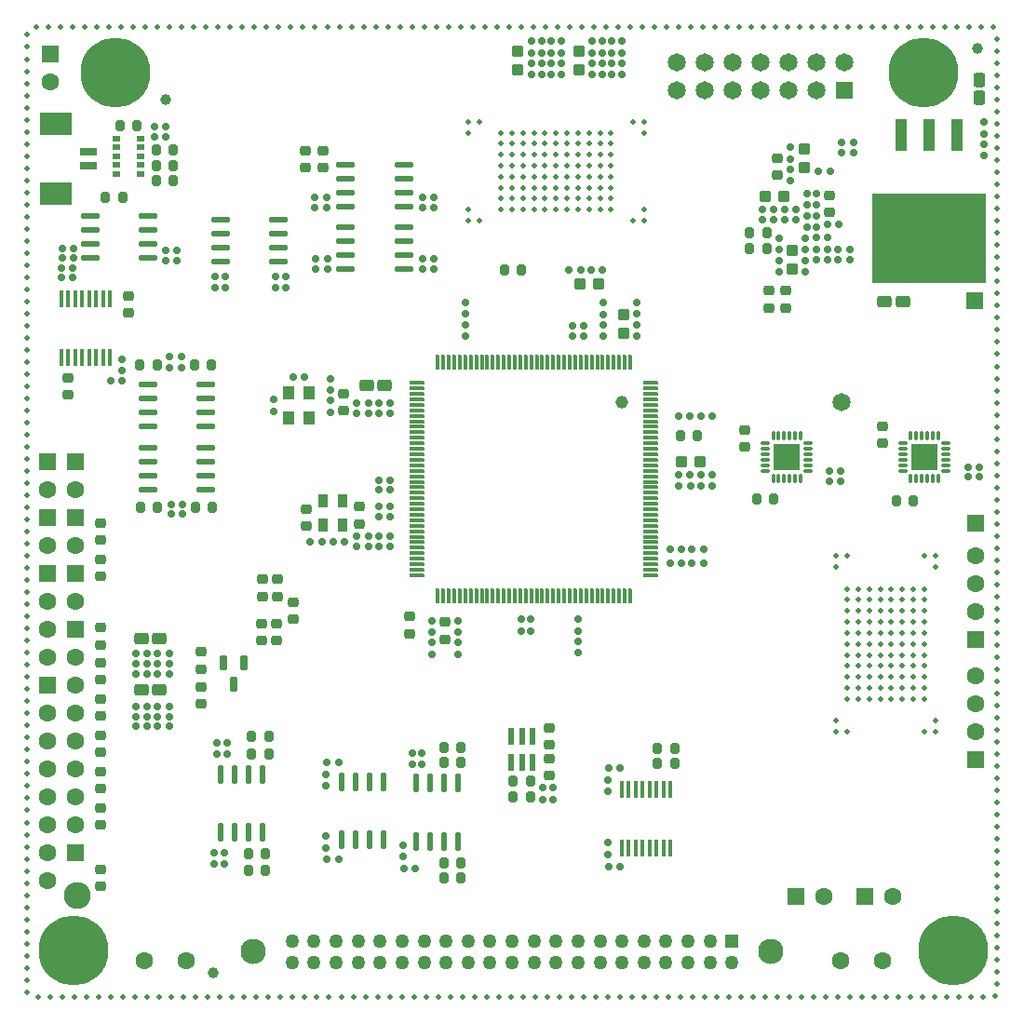
<source format=gbr>
G04*
G04 #@! TF.GenerationSoftware,Altium Limited,Altium Designer,24.9.1 (31)*
G04*
G04 Layer_Color=255*
%FSLAX44Y44*%
%MOMM*%
G71*
G04*
G04 #@! TF.SameCoordinates,53B56B76-3513-4A50-83E2-B057AF0B12CA*
G04*
G04*
G04 #@! TF.FilePolarity,Positive*
G04*
G01*
G75*
G04:AMPARAMS|DCode=23|XSize=0.95mm|YSize=0.85mm|CornerRadius=0.2125mm|HoleSize=0mm|Usage=FLASHONLY|Rotation=90.000|XOffset=0mm|YOffset=0mm|HoleType=Round|Shape=RoundedRectangle|*
%AMROUNDEDRECTD23*
21,1,0.9500,0.4250,0,0,90.0*
21,1,0.5250,0.8500,0,0,90.0*
1,1,0.4250,0.2125,0.2625*
1,1,0.4250,0.2125,-0.2625*
1,1,0.4250,-0.2125,-0.2625*
1,1,0.4250,-0.2125,0.2625*
%
%ADD23ROUNDEDRECTD23*%
G04:AMPARAMS|DCode=24|XSize=1.1mm|YSize=1mm|CornerRadius=0.25mm|HoleSize=0mm|Usage=FLASHONLY|Rotation=270.000|XOffset=0mm|YOffset=0mm|HoleType=Round|Shape=RoundedRectangle|*
%AMROUNDEDRECTD24*
21,1,1.1000,0.5000,0,0,270.0*
21,1,0.6000,1.0000,0,0,270.0*
1,1,0.5000,-0.2500,-0.3000*
1,1,0.5000,-0.2500,0.3000*
1,1,0.5000,0.2500,0.3000*
1,1,0.5000,0.2500,-0.3000*
%
%ADD24ROUNDEDRECTD24*%
G04:AMPARAMS|DCode=25|XSize=0.65mm|YSize=0.6mm|CornerRadius=0.15mm|HoleSize=0mm|Usage=FLASHONLY|Rotation=180.000|XOffset=0mm|YOffset=0mm|HoleType=Round|Shape=RoundedRectangle|*
%AMROUNDEDRECTD25*
21,1,0.6500,0.3000,0,0,180.0*
21,1,0.3500,0.6000,0,0,180.0*
1,1,0.3000,-0.1750,0.1500*
1,1,0.3000,0.1750,0.1500*
1,1,0.3000,0.1750,-0.1500*
1,1,0.3000,-0.1750,-0.1500*
%
%ADD25ROUNDEDRECTD25*%
G04:AMPARAMS|DCode=26|XSize=0.65mm|YSize=0.6mm|CornerRadius=0.15mm|HoleSize=0mm|Usage=FLASHONLY|Rotation=270.000|XOffset=0mm|YOffset=0mm|HoleType=Round|Shape=RoundedRectangle|*
%AMROUNDEDRECTD26*
21,1,0.6500,0.3000,0,0,270.0*
21,1,0.3500,0.6000,0,0,270.0*
1,1,0.3000,-0.1500,-0.1750*
1,1,0.3000,-0.1500,0.1750*
1,1,0.3000,0.1500,0.1750*
1,1,0.3000,0.1500,-0.1750*
%
%ADD26ROUNDEDRECTD26*%
%ADD27R,0.9500X1.2000*%
G04:AMPARAMS|DCode=28|XSize=1.64mm|YSize=0.59mm|CornerRadius=0.1475mm|HoleSize=0mm|Usage=FLASHONLY|Rotation=0.000|XOffset=0mm|YOffset=0mm|HoleType=Round|Shape=RoundedRectangle|*
%AMROUNDEDRECTD28*
21,1,1.6400,0.2950,0,0,0.0*
21,1,1.3450,0.5900,0,0,0.0*
1,1,0.2950,0.6725,-0.1475*
1,1,0.2950,-0.6725,-0.1475*
1,1,0.2950,-0.6725,0.1475*
1,1,0.2950,0.6725,0.1475*
%
%ADD28ROUNDEDRECTD28*%
G04:AMPARAMS|DCode=37|XSize=0.95mm|YSize=0.85mm|CornerRadius=0.2125mm|HoleSize=0mm|Usage=FLASHONLY|Rotation=180.000|XOffset=0mm|YOffset=0mm|HoleType=Round|Shape=RoundedRectangle|*
%AMROUNDEDRECTD37*
21,1,0.9500,0.4250,0,0,180.0*
21,1,0.5250,0.8500,0,0,180.0*
1,1,0.4250,-0.2625,0.2125*
1,1,0.4250,0.2625,0.2125*
1,1,0.4250,0.2625,-0.2125*
1,1,0.4250,-0.2625,-0.2125*
%
%ADD37ROUNDEDRECTD37*%
G04:AMPARAMS|DCode=52|XSize=1.1mm|YSize=1.3mm|CornerRadius=0.25mm|HoleSize=0mm|Usage=FLASHONLY|Rotation=180.000|XOffset=0mm|YOffset=0mm|HoleType=Round|Shape=RoundedRectangle|*
%AMROUNDEDRECTD52*
21,1,1.1000,0.8000,0,0,180.0*
21,1,0.6000,1.3000,0,0,180.0*
1,1,0.5000,-0.3000,0.4000*
1,1,0.5000,0.3000,0.4000*
1,1,0.5000,0.3000,-0.4000*
1,1,0.5000,-0.3000,-0.4000*
%
%ADD52ROUNDEDRECTD52*%
%ADD105C,1.5240*%
%ADD107C,0.5000*%
%ADD122C,1.0000*%
%ADD127C,1.6002*%
%ADD128C,1.6000*%
%ADD129R,1.6000X1.6000*%
%ADD130C,2.4500*%
%ADD131R,1.6000X1.6000*%
%ADD132C,2.3000*%
%ADD133R,1.2580X1.2580*%
%ADD134C,1.2580*%
%ADD135C,1.1500*%
%ADD136C,1.6500*%
%ADD139R,1.6500X1.6500*%
%ADD140C,6.3500*%
G04:AMPARAMS|DCode=144|XSize=1.6002mm|YSize=0.3556mm|CornerRadius=0.0889mm|HoleSize=0mm|Usage=FLASHONLY|Rotation=270.000|XOffset=0mm|YOffset=0mm|HoleType=Round|Shape=RoundedRectangle|*
%AMROUNDEDRECTD144*
21,1,1.6002,0.1778,0,0,270.0*
21,1,1.4224,0.3556,0,0,270.0*
1,1,0.1778,-0.0889,-0.7112*
1,1,0.1778,-0.0889,0.7112*
1,1,0.1778,0.0889,0.7112*
1,1,0.1778,0.0889,-0.7112*
%
%ADD144ROUNDEDRECTD144*%
G04:AMPARAMS|DCode=145|XSize=1.64mm|YSize=0.59mm|CornerRadius=0.1475mm|HoleSize=0mm|Usage=FLASHONLY|Rotation=270.000|XOffset=0mm|YOffset=0mm|HoleType=Round|Shape=RoundedRectangle|*
%AMROUNDEDRECTD145*
21,1,1.6400,0.2950,0,0,270.0*
21,1,1.3450,0.5900,0,0,270.0*
1,1,0.2950,-0.1475,-0.6725*
1,1,0.2950,-0.1475,0.6725*
1,1,0.2950,0.1475,0.6725*
1,1,0.2950,0.1475,-0.6725*
%
%ADD145ROUNDEDRECTD145*%
G04:AMPARAMS|DCode=146|XSize=1.1mm|YSize=1mm|CornerRadius=0.25mm|HoleSize=0mm|Usage=FLASHONLY|Rotation=0.000|XOffset=0mm|YOffset=0mm|HoleType=Round|Shape=RoundedRectangle|*
%AMROUNDEDRECTD146*
21,1,1.1000,0.5000,0,0,0.0*
21,1,0.6000,1.0000,0,0,0.0*
1,1,0.5000,0.3000,-0.2500*
1,1,0.5000,-0.3000,-0.2500*
1,1,0.5000,-0.3000,0.2500*
1,1,0.5000,0.3000,0.2500*
%
%ADD146ROUNDEDRECTD146*%
%ADD147R,10.4500X8.1000*%
%ADD148R,1.0000X3.0000*%
%ADD149C,0.4900*%
G04:AMPARAMS|DCode=150|XSize=0.8mm|YSize=0.26mm|CornerRadius=0.065mm|HoleSize=0mm|Usage=FLASHONLY|Rotation=180.000|XOffset=0mm|YOffset=0mm|HoleType=Round|Shape=RoundedRectangle|*
%AMROUNDEDRECTD150*
21,1,0.8000,0.1300,0,0,180.0*
21,1,0.6700,0.2600,0,0,180.0*
1,1,0.1300,-0.3350,0.0650*
1,1,0.1300,0.3350,0.0650*
1,1,0.1300,0.3350,-0.0650*
1,1,0.1300,-0.3350,-0.0650*
%
%ADD150ROUNDEDRECTD150*%
G04:AMPARAMS|DCode=151|XSize=0.26mm|YSize=0.8mm|CornerRadius=0.065mm|HoleSize=0mm|Usage=FLASHONLY|Rotation=180.000|XOffset=0mm|YOffset=0mm|HoleType=Round|Shape=RoundedRectangle|*
%AMROUNDEDRECTD151*
21,1,0.2600,0.6700,0,0,180.0*
21,1,0.1300,0.8000,0,0,180.0*
1,1,0.1300,-0.0650,0.3350*
1,1,0.1300,0.0650,0.3350*
1,1,0.1300,0.0650,-0.3350*
1,1,0.1300,-0.0650,-0.3350*
%
%ADD151ROUNDEDRECTD151*%
%ADD152R,2.4500X2.4500*%
%ADD153R,0.8000X0.5000*%
G04:AMPARAMS|DCode=154|XSize=1.45mm|YSize=0.59mm|CornerRadius=0.0738mm|HoleSize=0mm|Usage=FLASHONLY|Rotation=90.000|XOffset=0mm|YOffset=0mm|HoleType=Round|Shape=RoundedRectangle|*
%AMROUNDEDRECTD154*
21,1,1.4500,0.4425,0,0,90.0*
21,1,1.3025,0.5900,0,0,90.0*
1,1,0.1475,0.2213,0.6513*
1,1,0.1475,0.2213,-0.6513*
1,1,0.1475,-0.2213,-0.6513*
1,1,0.1475,-0.2213,0.6513*
%
%ADD154ROUNDEDRECTD154*%
G04:AMPARAMS|DCode=155|XSize=0.35mm|YSize=1.35mm|CornerRadius=0.0875mm|HoleSize=0mm|Usage=FLASHONLY|Rotation=0.000|XOffset=0mm|YOffset=0mm|HoleType=Round|Shape=RoundedRectangle|*
%AMROUNDEDRECTD155*
21,1,0.3500,1.1750,0,0,0.0*
21,1,0.1750,1.3500,0,0,0.0*
1,1,0.1750,0.0875,-0.5875*
1,1,0.1750,-0.0875,-0.5875*
1,1,0.1750,-0.0875,0.5875*
1,1,0.1750,0.0875,0.5875*
%
%ADD155ROUNDEDRECTD155*%
G04:AMPARAMS|DCode=156|XSize=1.35mm|YSize=0.35mm|CornerRadius=0.0875mm|HoleSize=0mm|Usage=FLASHONLY|Rotation=0.000|XOffset=0mm|YOffset=0mm|HoleType=Round|Shape=RoundedRectangle|*
%AMROUNDEDRECTD156*
21,1,1.3500,0.1750,0,0,0.0*
21,1,1.1750,0.3500,0,0,0.0*
1,1,0.1750,0.5875,-0.0875*
1,1,0.1750,-0.5875,-0.0875*
1,1,0.1750,-0.5875,0.0875*
1,1,0.1750,0.5875,0.0875*
%
%ADD156ROUNDEDRECTD156*%
%ADD157R,1.1000X1.3000*%
G04:AMPARAMS|DCode=158|XSize=1.1mm|YSize=1.3mm|CornerRadius=0.25mm|HoleSize=0mm|Usage=FLASHONLY|Rotation=270.000|XOffset=0mm|YOffset=0mm|HoleType=Round|Shape=RoundedRectangle|*
%AMROUNDEDRECTD158*
21,1,1.1000,0.8000,0,0,270.0*
21,1,0.6000,1.3000,0,0,270.0*
1,1,0.5000,-0.4000,-0.3000*
1,1,0.5000,-0.4000,0.3000*
1,1,0.5000,0.4000,0.3000*
1,1,0.5000,0.4000,-0.3000*
%
%ADD158ROUNDEDRECTD158*%
%ADD159R,3.0000X2.1000*%
%ADD160R,1.6000X0.8000*%
G04:AMPARAMS|DCode=161|XSize=1.32mm|YSize=0.6mm|CornerRadius=0.075mm|HoleSize=0mm|Usage=FLASHONLY|Rotation=270.000|XOffset=0mm|YOffset=0mm|HoleType=Round|Shape=RoundedRectangle|*
%AMROUNDEDRECTD161*
21,1,1.3200,0.4500,0,0,270.0*
21,1,1.1700,0.6000,0,0,270.0*
1,1,0.1500,-0.2250,-0.5850*
1,1,0.1500,-0.2250,0.5850*
1,1,0.1500,0.2250,0.5850*
1,1,0.1500,0.2250,-0.5850*
%
%ADD161ROUNDEDRECTD161*%
D23*
X597750Y221000D02*
D03*
X582250D02*
D03*
X127000Y584000D02*
D03*
X111500D02*
D03*
X603250Y519000D02*
D03*
X618750D02*
D03*
X687750Y462000D02*
D03*
X672250D02*
D03*
X814750Y460000D02*
D03*
X799250D02*
D03*
X443250Y670000D02*
D03*
X458750D02*
D03*
X80250Y736000D02*
D03*
X95750D02*
D03*
X141750Y779000D02*
D03*
X126250D02*
D03*
X141750Y751000D02*
D03*
X126250D02*
D03*
X141750Y765000D02*
D03*
X126250D02*
D03*
X93250Y801500D02*
D03*
X108750D02*
D03*
X451250Y205000D02*
D03*
X466750D02*
D03*
X451250Y191000D02*
D03*
X466750D02*
D03*
X161000Y584000D02*
D03*
X176500D02*
D03*
X162250Y454000D02*
D03*
X177750D02*
D03*
X112250D02*
D03*
X127750D02*
D03*
X666250Y704000D02*
D03*
X681750D02*
D03*
X666250Y690000D02*
D03*
X681750D02*
D03*
X228750Y230000D02*
D03*
X213250D02*
D03*
X225750Y139000D02*
D03*
X210250D02*
D03*
X228750Y246000D02*
D03*
X213250D02*
D03*
X225750Y124000D02*
D03*
X210250D02*
D03*
X403750Y222000D02*
D03*
X388250D02*
D03*
X403750Y131000D02*
D03*
X388250D02*
D03*
X403750Y236000D02*
D03*
X388250D02*
D03*
X403750Y117000D02*
D03*
X388250D02*
D03*
X597750Y235000D02*
D03*
X582250D02*
D03*
D24*
X551796Y629814D02*
D03*
Y612814D02*
D03*
X704990Y670994D02*
D03*
Y687995D02*
D03*
X715480Y763494D02*
D03*
Y780495D02*
D03*
X511000Y852500D02*
D03*
Y869500D02*
D03*
X455000D02*
D03*
Y852500D02*
D03*
D25*
X760500Y777000D02*
D03*
X750000D02*
D03*
X760500Y786000D02*
D03*
X750000D02*
D03*
X107750Y273000D02*
D03*
X118250D02*
D03*
Y264000D02*
D03*
X107750D02*
D03*
Y255000D02*
D03*
X118250D02*
D03*
X118250Y321000D02*
D03*
X107750D02*
D03*
Y312000D02*
D03*
X118250D02*
D03*
Y303000D02*
D03*
X107750D02*
D03*
X127750Y273000D02*
D03*
X138250D02*
D03*
Y264000D02*
D03*
X127750D02*
D03*
Y255000D02*
D03*
X138250D02*
D03*
X138250Y321000D02*
D03*
X127750D02*
D03*
Y312000D02*
D03*
X138250D02*
D03*
Y303000D02*
D03*
X127750D02*
D03*
X251000Y573000D02*
D03*
X261500D02*
D03*
X277000Y423000D02*
D03*
X266500D02*
D03*
X287500D02*
D03*
X298000D02*
D03*
X621796Y474000D02*
D03*
X632296D02*
D03*
X339250Y470000D02*
D03*
X328750D02*
D03*
Y446000D02*
D03*
X339250D02*
D03*
X308750Y419000D02*
D03*
X319250D02*
D03*
X624296Y403000D02*
D03*
X613796D02*
D03*
X621546Y537000D02*
D03*
X632046D02*
D03*
X515250Y619000D02*
D03*
X504750D02*
D03*
X308750Y549000D02*
D03*
X319250D02*
D03*
Y540000D02*
D03*
X308750D02*
D03*
X612296Y474000D02*
D03*
X601796D02*
D03*
X339250Y479000D02*
D03*
X328750D02*
D03*
Y455000D02*
D03*
X339250D02*
D03*
Y419000D02*
D03*
X328750D02*
D03*
X593796Y403000D02*
D03*
X604296D02*
D03*
X612046Y537000D02*
D03*
X601546D02*
D03*
X515250Y610000D02*
D03*
X504750D02*
D03*
X339250Y549000D02*
D03*
X328750D02*
D03*
Y540000D02*
D03*
X339250D02*
D03*
X308750Y428000D02*
D03*
X319250D02*
D03*
X621546Y484000D02*
D03*
X632046D02*
D03*
X624250Y416000D02*
D03*
X613750D02*
D03*
X328750Y428000D02*
D03*
X339250D02*
D03*
X601546Y484000D02*
D03*
X612046D02*
D03*
X604250Y416000D02*
D03*
X593750D02*
D03*
X379250Y736000D02*
D03*
X368750D02*
D03*
X281250Y736000D02*
D03*
X270750D02*
D03*
X368750Y727000D02*
D03*
X379250D02*
D03*
X270750Y727000D02*
D03*
X281250D02*
D03*
X271750Y680000D02*
D03*
X282250D02*
D03*
X368750D02*
D03*
X379250D02*
D03*
X282250Y671000D02*
D03*
X271750D02*
D03*
X379250Y671000D02*
D03*
X368750D02*
D03*
X40750Y690000D02*
D03*
X51250D02*
D03*
X40750Y681000D02*
D03*
X51250D02*
D03*
X134750Y688000D02*
D03*
X145250D02*
D03*
X134750Y679000D02*
D03*
X145250D02*
D03*
X95250Y569000D02*
D03*
X84750D02*
D03*
X40000Y672000D02*
D03*
X50500D02*
D03*
X40000Y663000D02*
D03*
X50500D02*
D03*
X281750Y222000D02*
D03*
X292250D02*
D03*
X281750Y134000D02*
D03*
X292250D02*
D03*
X548250Y127000D02*
D03*
X537750D02*
D03*
Y217000D02*
D03*
X548250D02*
D03*
X351750Y126000D02*
D03*
X362250D02*
D03*
X736990Y688494D02*
D03*
X726490D02*
D03*
Y679494D02*
D03*
X736990D02*
D03*
X726740Y699494D02*
D03*
X737240D02*
D03*
X697750Y716000D02*
D03*
X708250D02*
D03*
Y725000D02*
D03*
X697750D02*
D03*
X756990Y688494D02*
D03*
X746490D02*
D03*
Y679494D02*
D03*
X756990D02*
D03*
X736750Y712000D02*
D03*
X747250D02*
D03*
X677750Y716000D02*
D03*
X688250D02*
D03*
Y725000D02*
D03*
X677750D02*
D03*
X739250Y760000D02*
D03*
X728750D02*
D03*
X149250Y591000D02*
D03*
X138750D02*
D03*
Y581000D02*
D03*
X149250D02*
D03*
X139750Y457000D02*
D03*
X150250D02*
D03*
X139750Y448000D02*
D03*
X150250D02*
D03*
X135250Y800500D02*
D03*
X124750D02*
D03*
X135250Y791000D02*
D03*
X124750D02*
D03*
X501750Y669797D02*
D03*
X512250D02*
D03*
X532250D02*
D03*
X521750D02*
D03*
X875250Y482000D02*
D03*
X864750D02*
D03*
X875250Y491000D02*
D03*
X864750D02*
D03*
X749250Y478000D02*
D03*
X738750D02*
D03*
X749250Y487000D02*
D03*
X738750D02*
D03*
D26*
X285000Y560750D02*
D03*
Y571250D02*
D03*
Y551250D02*
D03*
Y540750D02*
D03*
X233000Y541750D02*
D03*
Y552250D02*
D03*
X377000Y331250D02*
D03*
Y320750D02*
D03*
X467000Y352250D02*
D03*
Y341750D02*
D03*
X510000Y332250D02*
D03*
Y321750D02*
D03*
X407796Y640564D02*
D03*
Y630064D02*
D03*
X376796Y340750D02*
D03*
Y351250D02*
D03*
X458796Y352250D02*
D03*
Y341750D02*
D03*
X510000Y341750D02*
D03*
Y352250D02*
D03*
X407796Y610064D02*
D03*
Y620564D02*
D03*
X563796Y630064D02*
D03*
Y640564D02*
D03*
X532796Y640250D02*
D03*
Y629750D02*
D03*
X400796Y331250D02*
D03*
Y320750D02*
D03*
X563796Y610064D02*
D03*
Y620564D02*
D03*
X532796Y620250D02*
D03*
Y609750D02*
D03*
X400796Y351000D02*
D03*
Y340500D02*
D03*
X244000Y653750D02*
D03*
Y664250D02*
D03*
X189000Y664250D02*
D03*
Y653750D02*
D03*
X235000Y664250D02*
D03*
Y653750D02*
D03*
X180000Y653750D02*
D03*
Y664250D02*
D03*
X95000Y578750D02*
D03*
Y589250D02*
D03*
X281000Y200750D02*
D03*
Y211250D02*
D03*
Y155250D02*
D03*
Y144750D02*
D03*
X537000Y149250D02*
D03*
Y138750D02*
D03*
Y206250D02*
D03*
Y195750D02*
D03*
X368000Y220500D02*
D03*
Y231000D02*
D03*
X351000Y147250D02*
D03*
Y136750D02*
D03*
X359000Y231000D02*
D03*
Y220500D02*
D03*
X179000Y129750D02*
D03*
Y140250D02*
D03*
X191000Y229750D02*
D03*
Y240250D02*
D03*
X188000Y140250D02*
D03*
Y129750D02*
D03*
X182000Y240250D02*
D03*
Y229750D02*
D03*
X692990Y688494D02*
D03*
Y698995D02*
D03*
X716990Y688494D02*
D03*
Y698995D02*
D03*
X717990Y708995D02*
D03*
Y719494D02*
D03*
X692990Y668494D02*
D03*
Y678995D02*
D03*
X716990Y668494D02*
D03*
Y678995D02*
D03*
X717990Y728995D02*
D03*
Y739494D02*
D03*
X726990Y719494D02*
D03*
Y708995D02*
D03*
Y728995D02*
D03*
Y739494D02*
D03*
X703480Y781495D02*
D03*
Y770994D02*
D03*
Y750994D02*
D03*
Y761495D02*
D03*
X478000Y188750D02*
D03*
Y199250D02*
D03*
X487000Y188750D02*
D03*
Y199250D02*
D03*
X549796Y878250D02*
D03*
Y867750D02*
D03*
X540796D02*
D03*
Y878250D02*
D03*
X531796D02*
D03*
Y867750D02*
D03*
X522796D02*
D03*
Y878250D02*
D03*
X494796D02*
D03*
Y867750D02*
D03*
X485796D02*
D03*
Y878250D02*
D03*
X476796D02*
D03*
Y867750D02*
D03*
X467796D02*
D03*
Y878250D02*
D03*
X549796Y858250D02*
D03*
Y847750D02*
D03*
X540796D02*
D03*
Y858250D02*
D03*
X531796D02*
D03*
Y847750D02*
D03*
X522796D02*
D03*
Y858250D02*
D03*
X494796D02*
D03*
Y847750D02*
D03*
X485796D02*
D03*
Y858250D02*
D03*
X476796D02*
D03*
Y847750D02*
D03*
X467796D02*
D03*
Y858250D02*
D03*
X879000Y774000D02*
D03*
Y784500D02*
D03*
Y804500D02*
D03*
Y794000D02*
D03*
D27*
X278000Y438000D02*
D03*
Y460000D02*
D03*
X295500D02*
D03*
Y438000D02*
D03*
D28*
X171350Y566050D02*
D03*
Y553350D02*
D03*
Y540650D02*
D03*
Y527950D02*
D03*
X118650D02*
D03*
Y540650D02*
D03*
Y553350D02*
D03*
Y566050D02*
D03*
X118650Y469950D02*
D03*
Y482650D02*
D03*
Y495350D02*
D03*
Y508050D02*
D03*
X171350D02*
D03*
Y495350D02*
D03*
Y482650D02*
D03*
Y469950D02*
D03*
X66650Y680950D02*
D03*
Y693650D02*
D03*
Y706350D02*
D03*
Y719050D02*
D03*
X119350D02*
D03*
Y706350D02*
D03*
Y693650D02*
D03*
Y680950D02*
D03*
X298650Y727950D02*
D03*
Y740650D02*
D03*
Y753350D02*
D03*
Y766050D02*
D03*
X351350D02*
D03*
Y753350D02*
D03*
Y740650D02*
D03*
Y727950D02*
D03*
X184650Y677950D02*
D03*
Y690650D02*
D03*
Y703350D02*
D03*
Y716050D02*
D03*
X237350D02*
D03*
Y703350D02*
D03*
Y690650D02*
D03*
Y677950D02*
D03*
X298650Y670950D02*
D03*
Y683650D02*
D03*
Y696350D02*
D03*
Y709050D02*
D03*
X351350D02*
D03*
Y696350D02*
D03*
Y683650D02*
D03*
Y670950D02*
D03*
D37*
X251000Y352250D02*
D03*
Y367750D02*
D03*
X223000Y373250D02*
D03*
Y388750D02*
D03*
X237000Y373250D02*
D03*
Y388750D02*
D03*
X76000Y344750D02*
D03*
Y329250D02*
D03*
X311000Y454750D02*
D03*
Y439250D02*
D03*
X262750Y437250D02*
D03*
Y452750D02*
D03*
X76000Y109250D02*
D03*
Y124750D02*
D03*
X76000Y406750D02*
D03*
Y391250D02*
D03*
X167000Y290750D02*
D03*
Y275250D02*
D03*
X76000Y180750D02*
D03*
Y165250D02*
D03*
Y213750D02*
D03*
Y198250D02*
D03*
X236000Y348750D02*
D03*
Y333250D02*
D03*
X76000Y312750D02*
D03*
Y297250D02*
D03*
X167000Y322750D02*
D03*
Y307250D02*
D03*
X76000Y231250D02*
D03*
Y246750D02*
D03*
Y264250D02*
D03*
Y279750D02*
D03*
X297000Y557750D02*
D03*
Y542250D02*
D03*
X662000Y524750D02*
D03*
Y509250D02*
D03*
X787000Y527750D02*
D03*
Y512250D02*
D03*
X222000Y333250D02*
D03*
Y348750D02*
D03*
X484000Y210250D02*
D03*
Y225750D02*
D03*
Y238250D02*
D03*
Y253750D02*
D03*
X738990Y722745D02*
D03*
Y738244D02*
D03*
X691000Y771750D02*
D03*
Y756250D02*
D03*
X698990Y651245D02*
D03*
Y635745D02*
D03*
X683990Y651245D02*
D03*
Y635745D02*
D03*
X76000Y424250D02*
D03*
Y439750D02*
D03*
X101000Y631250D02*
D03*
Y646750D02*
D03*
X46000Y571750D02*
D03*
Y556250D02*
D03*
X278000Y778750D02*
D03*
Y763250D02*
D03*
X262000Y778750D02*
D03*
Y763250D02*
D03*
X357000Y354750D02*
D03*
Y339250D02*
D03*
X388796Y349750D02*
D03*
Y334250D02*
D03*
D52*
X875000Y826750D02*
D03*
Y843250D02*
D03*
D105*
X839965Y833036D02*
D03*
X807635D02*
D03*
Y865365D02*
D03*
X839965D02*
D03*
X846660Y849200D02*
D03*
X823800Y826340D02*
D03*
X800940Y849200D02*
D03*
X823800Y872060D02*
D03*
X105064Y833036D02*
D03*
X72736D02*
D03*
Y865365D02*
D03*
X105064D02*
D03*
X111760Y849200D02*
D03*
X88900Y826340D02*
D03*
X66040Y849200D02*
D03*
X88900Y872060D02*
D03*
X867065Y34636D02*
D03*
X834735D02*
D03*
Y66965D02*
D03*
X867065D02*
D03*
X873760Y50800D02*
D03*
X850900Y27940D02*
D03*
X828040Y50800D02*
D03*
X850900Y73660D02*
D03*
X66965Y34636D02*
D03*
X34636D02*
D03*
Y66965D02*
D03*
X66965D02*
D03*
X73660Y50800D02*
D03*
X50800Y27940D02*
D03*
X27940Y50800D02*
D03*
X50800Y73660D02*
D03*
D107*
X888022Y891004D02*
D03*
X877002Y891001D02*
D03*
X865982D02*
D03*
X854962D02*
D03*
X843942D02*
D03*
X832922D02*
D03*
X821902D02*
D03*
X810882D02*
D03*
X799862D02*
D03*
X788842D02*
D03*
X777822D02*
D03*
X766802D02*
D03*
X755782D02*
D03*
X744762D02*
D03*
X733742D02*
D03*
X722722D02*
D03*
X711702D02*
D03*
X700682D02*
D03*
X689662D02*
D03*
X678642D02*
D03*
X667622D02*
D03*
X656602D02*
D03*
X645582D02*
D03*
X634562D02*
D03*
X623542D02*
D03*
X612522D02*
D03*
X601502D02*
D03*
X590482D02*
D03*
X579462D02*
D03*
X568442D02*
D03*
X557422D02*
D03*
X546402D02*
D03*
X535382D02*
D03*
X524362D02*
D03*
X513342D02*
D03*
X502322D02*
D03*
X491302D02*
D03*
X480282D02*
D03*
X469262D02*
D03*
X458242D02*
D03*
X447222D02*
D03*
X436202D02*
D03*
X425182D02*
D03*
X414162D02*
D03*
X403142D02*
D03*
X392122D02*
D03*
X381102D02*
D03*
X370082D02*
D03*
X359062D02*
D03*
X348042D02*
D03*
X337022D02*
D03*
X326002D02*
D03*
X314982D02*
D03*
X303962D02*
D03*
X292942D02*
D03*
X281922D02*
D03*
X270902D02*
D03*
X259882D02*
D03*
X248862D02*
D03*
X237842D02*
D03*
X226822D02*
D03*
X215802D02*
D03*
X204782D02*
D03*
X193762D02*
D03*
X182742D02*
D03*
X171722D02*
D03*
X160702D02*
D03*
X149682D02*
D03*
X138662D02*
D03*
X127642D02*
D03*
X116622D02*
D03*
X105602D02*
D03*
X94582D02*
D03*
X83562D02*
D03*
X72542D02*
D03*
X61522D02*
D03*
X50502D02*
D03*
X39482D02*
D03*
X28462D02*
D03*
X17442D02*
D03*
X8999Y883919D02*
D03*
Y872899D02*
D03*
Y861879D02*
D03*
Y850859D02*
D03*
Y839839D02*
D03*
Y828819D02*
D03*
Y817799D02*
D03*
Y806779D02*
D03*
Y795759D02*
D03*
Y784739D02*
D03*
Y773719D02*
D03*
Y762699D02*
D03*
Y751679D02*
D03*
Y740659D02*
D03*
Y729639D02*
D03*
Y718619D02*
D03*
Y707599D02*
D03*
Y696579D02*
D03*
Y685559D02*
D03*
Y674539D02*
D03*
Y663519D02*
D03*
Y652499D02*
D03*
Y641479D02*
D03*
Y630459D02*
D03*
Y619439D02*
D03*
Y608419D02*
D03*
Y597399D02*
D03*
Y586379D02*
D03*
Y575359D02*
D03*
Y564339D02*
D03*
Y553319D02*
D03*
Y542299D02*
D03*
Y531279D02*
D03*
Y520259D02*
D03*
Y509239D02*
D03*
Y498219D02*
D03*
Y487199D02*
D03*
Y476179D02*
D03*
Y465159D02*
D03*
Y454139D02*
D03*
Y443119D02*
D03*
Y432099D02*
D03*
Y421079D02*
D03*
Y410059D02*
D03*
Y399039D02*
D03*
Y388019D02*
D03*
Y376999D02*
D03*
Y365979D02*
D03*
Y354959D02*
D03*
Y343939D02*
D03*
Y332919D02*
D03*
Y321899D02*
D03*
Y310879D02*
D03*
Y299859D02*
D03*
Y288839D02*
D03*
Y277819D02*
D03*
Y266800D02*
D03*
Y255779D02*
D03*
Y244760D02*
D03*
Y233739D02*
D03*
Y222719D02*
D03*
Y211700D02*
D03*
Y200679D02*
D03*
Y189660D02*
D03*
Y178640D02*
D03*
Y167619D02*
D03*
Y156600D02*
D03*
Y145580D02*
D03*
Y134559D02*
D03*
Y123540D02*
D03*
Y112520D02*
D03*
Y101500D02*
D03*
Y90480D02*
D03*
Y79460D02*
D03*
Y68440D02*
D03*
Y57420D02*
D03*
Y46400D02*
D03*
Y35380D02*
D03*
Y24360D02*
D03*
Y13340D02*
D03*
X19128Y8999D02*
D03*
X30148D02*
D03*
X41168D02*
D03*
X52188D02*
D03*
X63208D02*
D03*
X74228D02*
D03*
X85248D02*
D03*
X96268D02*
D03*
X107288D02*
D03*
X118308D02*
D03*
X129328D02*
D03*
X140348D02*
D03*
X151368D02*
D03*
X162388D02*
D03*
X173408D02*
D03*
X184428D02*
D03*
X195448D02*
D03*
X206468D02*
D03*
X217488D02*
D03*
X228508D02*
D03*
X239528D02*
D03*
X250548D02*
D03*
X261568D02*
D03*
X272588D02*
D03*
X283608D02*
D03*
X294628D02*
D03*
X305648D02*
D03*
X316668D02*
D03*
X327688D02*
D03*
X338708D02*
D03*
X349728D02*
D03*
X360748D02*
D03*
X371768D02*
D03*
X382788D02*
D03*
X393808D02*
D03*
X404828D02*
D03*
X415848D02*
D03*
X426868D02*
D03*
X437888D02*
D03*
X448908D02*
D03*
X459928D02*
D03*
X470948D02*
D03*
X481968D02*
D03*
X492988D02*
D03*
X504008D02*
D03*
X515028D02*
D03*
X526048D02*
D03*
X537068D02*
D03*
X548088D02*
D03*
X559108D02*
D03*
X570128D02*
D03*
X581148D02*
D03*
X592168D02*
D03*
X603188D02*
D03*
X614208D02*
D03*
X625228D02*
D03*
X636248D02*
D03*
X647268D02*
D03*
X658288D02*
D03*
X669308D02*
D03*
X680328D02*
D03*
X691348D02*
D03*
X702368D02*
D03*
X713388D02*
D03*
X724408D02*
D03*
X735428D02*
D03*
X746448D02*
D03*
X757468D02*
D03*
X768488D02*
D03*
X779508D02*
D03*
X790528D02*
D03*
X801548D02*
D03*
X812568D02*
D03*
X823588D02*
D03*
X834608D02*
D03*
X845628D02*
D03*
X856648D02*
D03*
X867668D02*
D03*
X878688D02*
D03*
X889695Y9522D02*
D03*
X891001Y20464D02*
D03*
Y31484D02*
D03*
Y42504D02*
D03*
Y53524D02*
D03*
Y64544D02*
D03*
Y75564D02*
D03*
Y86584D02*
D03*
Y97604D02*
D03*
Y108624D02*
D03*
Y119644D02*
D03*
Y130664D02*
D03*
Y141684D02*
D03*
Y152704D02*
D03*
Y163724D02*
D03*
Y174744D02*
D03*
Y185764D02*
D03*
Y196784D02*
D03*
Y207804D02*
D03*
Y218824D02*
D03*
Y229844D02*
D03*
Y240864D02*
D03*
Y251884D02*
D03*
Y262904D02*
D03*
Y273924D02*
D03*
Y284944D02*
D03*
Y295964D02*
D03*
Y306984D02*
D03*
Y318004D02*
D03*
Y329024D02*
D03*
Y340044D02*
D03*
Y351064D02*
D03*
Y362084D02*
D03*
Y373104D02*
D03*
Y384124D02*
D03*
Y395144D02*
D03*
Y406164D02*
D03*
Y417184D02*
D03*
Y428204D02*
D03*
Y439224D02*
D03*
Y450244D02*
D03*
Y461264D02*
D03*
Y472284D02*
D03*
Y483304D02*
D03*
Y494324D02*
D03*
Y505344D02*
D03*
Y516364D02*
D03*
Y527384D02*
D03*
Y538404D02*
D03*
Y549424D02*
D03*
Y560444D02*
D03*
Y571464D02*
D03*
Y582484D02*
D03*
Y593504D02*
D03*
Y604524D02*
D03*
Y615544D02*
D03*
Y626564D02*
D03*
Y637584D02*
D03*
Y648604D02*
D03*
Y659624D02*
D03*
Y670644D02*
D03*
Y681664D02*
D03*
Y692684D02*
D03*
Y703704D02*
D03*
Y714724D02*
D03*
Y725743D02*
D03*
Y736764D02*
D03*
Y747784D02*
D03*
Y758803D02*
D03*
Y769824D02*
D03*
Y780844D02*
D03*
Y791863D02*
D03*
Y802884D02*
D03*
Y813904D02*
D03*
Y824923D02*
D03*
Y835944D02*
D03*
Y846964D02*
D03*
Y857983D02*
D03*
Y869003D02*
D03*
Y880023D02*
D03*
D122*
X178000Y31000D02*
D03*
X135000Y825000D02*
D03*
X873000Y872000D02*
D03*
D127*
X748950Y42000D02*
D03*
X787050D02*
D03*
X115950D02*
D03*
X154050D02*
D03*
D128*
X733400Y100000D02*
D03*
X796000D02*
D03*
X27400Y469900D02*
D03*
Y419100D02*
D03*
X52800Y368300D02*
D03*
Y317500D02*
D03*
Y469900D02*
D03*
Y419100D02*
D03*
X30000Y841000D02*
D03*
X27400Y317500D02*
D03*
Y342900D02*
D03*
Y368300D02*
D03*
X872000Y300800D02*
D03*
Y275400D02*
D03*
Y250000D02*
D03*
Y409800D02*
D03*
Y384400D02*
D03*
Y359000D02*
D03*
X52800Y215900D02*
D03*
Y190500D02*
D03*
Y165100D02*
D03*
Y241300D02*
D03*
Y266700D02*
D03*
Y292100D02*
D03*
X27400Y139700D02*
D03*
Y165100D02*
D03*
Y190500D02*
D03*
Y266700D02*
D03*
Y241300D02*
D03*
Y215900D02*
D03*
Y114300D02*
D03*
D129*
X708000Y100000D02*
D03*
X770600D02*
D03*
X871000Y642000D02*
D03*
D130*
X55000Y101000D02*
D03*
D131*
X27400Y495300D02*
D03*
Y444500D02*
D03*
X52800Y393700D02*
D03*
Y342900D02*
D03*
Y495300D02*
D03*
Y444500D02*
D03*
X30000Y866400D02*
D03*
X27400Y393700D02*
D03*
X872000Y440000D02*
D03*
Y224600D02*
D03*
Y333600D02*
D03*
X52800Y139700D02*
D03*
X27400Y292100D02*
D03*
D132*
X685000Y50000D02*
D03*
X215000D02*
D03*
D133*
X650000Y60000D02*
D03*
D134*
Y40000D02*
D03*
X630000Y60000D02*
D03*
Y40000D02*
D03*
X610000Y60000D02*
D03*
Y40000D02*
D03*
X590000Y60000D02*
D03*
Y40000D02*
D03*
X570000Y60000D02*
D03*
Y40000D02*
D03*
X550000Y60000D02*
D03*
Y40000D02*
D03*
X530000Y60000D02*
D03*
Y40000D02*
D03*
X510000Y60000D02*
D03*
Y40000D02*
D03*
X490000Y60000D02*
D03*
Y40000D02*
D03*
X470000Y60000D02*
D03*
Y40000D02*
D03*
X450000Y60000D02*
D03*
Y40000D02*
D03*
X430000Y60000D02*
D03*
Y40000D02*
D03*
X410000Y60000D02*
D03*
Y40000D02*
D03*
X390000Y60000D02*
D03*
Y40000D02*
D03*
X370000Y60000D02*
D03*
Y40000D02*
D03*
X350000Y60000D02*
D03*
Y40000D02*
D03*
X330000Y60000D02*
D03*
Y40000D02*
D03*
X310000Y60000D02*
D03*
Y40000D02*
D03*
X290000Y60000D02*
D03*
Y40000D02*
D03*
X270000Y60000D02*
D03*
Y40000D02*
D03*
X250000Y60000D02*
D03*
Y40000D02*
D03*
D135*
X550000Y550000D02*
D03*
D136*
X750000D02*
D03*
X752200Y858700D02*
D03*
X726800Y833300D02*
D03*
Y858700D02*
D03*
X701400Y833300D02*
D03*
Y858700D02*
D03*
X676000Y833300D02*
D03*
Y858700D02*
D03*
X650600Y833300D02*
D03*
Y858700D02*
D03*
X625200Y833300D02*
D03*
Y858700D02*
D03*
X599800Y833300D02*
D03*
Y858700D02*
D03*
D139*
X752200Y833300D02*
D03*
D140*
X823800Y849200D02*
D03*
X88900D02*
D03*
X850900Y50800D02*
D03*
X50800D02*
D03*
D144*
X549775Y144457D02*
D03*
X556125D02*
D03*
X562475D02*
D03*
X568825D02*
D03*
X575175D02*
D03*
X581525D02*
D03*
X587875D02*
D03*
X594225D02*
D03*
Y197543D02*
D03*
X587875D02*
D03*
X581525D02*
D03*
X575175D02*
D03*
X568825D02*
D03*
X562475D02*
D03*
X556125D02*
D03*
X549775D02*
D03*
X84225Y590457D02*
D03*
X77875D02*
D03*
X71525D02*
D03*
X65175D02*
D03*
X58825D02*
D03*
X52475D02*
D03*
X46125D02*
D03*
X39775D02*
D03*
Y643543D02*
D03*
X46125D02*
D03*
X52475D02*
D03*
X58825D02*
D03*
X65175D02*
D03*
X71525D02*
D03*
X77875D02*
D03*
X84225D02*
D03*
D145*
X294950Y151650D02*
D03*
X307650D02*
D03*
X320350D02*
D03*
X333050D02*
D03*
Y204350D02*
D03*
X320350D02*
D03*
X307650D02*
D03*
X294950D02*
D03*
X184950Y211350D02*
D03*
X197650D02*
D03*
X210350D02*
D03*
X223050D02*
D03*
Y158650D02*
D03*
X210350D02*
D03*
X197650D02*
D03*
X184950D02*
D03*
X362950Y203350D02*
D03*
X375650D02*
D03*
X388350D02*
D03*
X401050D02*
D03*
Y150650D02*
D03*
X388350D02*
D03*
X375650D02*
D03*
X362950D02*
D03*
D146*
X604296Y496000D02*
D03*
X621296D02*
D03*
X697500Y737000D02*
D03*
X680500D02*
D03*
X528500Y657796D02*
D03*
X511500D02*
D03*
D147*
X829000Y698500D02*
D03*
D148*
X854400Y793000D02*
D03*
X829000D02*
D03*
X803600D02*
D03*
D149*
X745000Y250000D02*
D03*
X755000D02*
D03*
X825000D02*
D03*
X835000D02*
D03*
X745000Y260000D02*
D03*
X835000D02*
D03*
X755000Y280000D02*
D03*
X765000D02*
D03*
X775000D02*
D03*
X785000D02*
D03*
X795000D02*
D03*
X805000D02*
D03*
X815000D02*
D03*
X825000D02*
D03*
X755000Y290000D02*
D03*
X765000D02*
D03*
X775000D02*
D03*
X785000D02*
D03*
X795000D02*
D03*
X805000D02*
D03*
X815000D02*
D03*
X825000D02*
D03*
X755000Y300000D02*
D03*
X765000D02*
D03*
X775000D02*
D03*
X785000D02*
D03*
X795000D02*
D03*
X805000D02*
D03*
X815000D02*
D03*
X825000D02*
D03*
X755000Y310000D02*
D03*
X765000D02*
D03*
X775000D02*
D03*
X785000D02*
D03*
X795000D02*
D03*
X805000D02*
D03*
X815000D02*
D03*
X825000D02*
D03*
X755000Y320000D02*
D03*
X765000D02*
D03*
X775000D02*
D03*
X785000D02*
D03*
X795000D02*
D03*
X805000D02*
D03*
X815000D02*
D03*
X825000D02*
D03*
X755000Y330000D02*
D03*
X765000D02*
D03*
X775000D02*
D03*
X785000D02*
D03*
X795000D02*
D03*
X805000D02*
D03*
X815000D02*
D03*
X825000D02*
D03*
X755000Y340000D02*
D03*
X765000D02*
D03*
X775000D02*
D03*
X785000D02*
D03*
X795000D02*
D03*
X805000D02*
D03*
X815000D02*
D03*
X825000D02*
D03*
X755000Y350000D02*
D03*
X765000D02*
D03*
X775000D02*
D03*
X785000D02*
D03*
X795000D02*
D03*
X805000D02*
D03*
X815000D02*
D03*
X825000D02*
D03*
X755000Y360000D02*
D03*
X765000D02*
D03*
X775000D02*
D03*
X785000D02*
D03*
X795000D02*
D03*
X805000D02*
D03*
X815000D02*
D03*
X825000D02*
D03*
X755000Y370000D02*
D03*
X765000D02*
D03*
X775000D02*
D03*
X785000D02*
D03*
X795000D02*
D03*
X805000D02*
D03*
X815000D02*
D03*
X825000D02*
D03*
X755000Y380000D02*
D03*
X765000D02*
D03*
X775000D02*
D03*
X785000D02*
D03*
X795000D02*
D03*
X805000D02*
D03*
X815000D02*
D03*
X825000D02*
D03*
X745000Y400000D02*
D03*
X835000D02*
D03*
X745000Y410000D02*
D03*
X755000D02*
D03*
X825000D02*
D03*
X835000D02*
D03*
X570000Y715000D02*
D03*
Y725000D02*
D03*
Y795000D02*
D03*
Y805000D02*
D03*
X560000Y715000D02*
D03*
Y805000D02*
D03*
X540000Y725000D02*
D03*
Y735000D02*
D03*
Y745000D02*
D03*
Y755000D02*
D03*
Y765000D02*
D03*
Y775000D02*
D03*
Y785000D02*
D03*
Y795000D02*
D03*
X530000Y725000D02*
D03*
Y735000D02*
D03*
Y745000D02*
D03*
Y755000D02*
D03*
Y765000D02*
D03*
Y775000D02*
D03*
Y785000D02*
D03*
Y795000D02*
D03*
X520000Y725000D02*
D03*
Y735000D02*
D03*
Y745000D02*
D03*
Y755000D02*
D03*
Y765000D02*
D03*
Y775000D02*
D03*
Y785000D02*
D03*
Y795000D02*
D03*
X510000Y725000D02*
D03*
Y735000D02*
D03*
Y745000D02*
D03*
Y755000D02*
D03*
Y765000D02*
D03*
Y775000D02*
D03*
Y785000D02*
D03*
Y795000D02*
D03*
X500000Y725000D02*
D03*
Y735000D02*
D03*
Y745000D02*
D03*
Y755000D02*
D03*
Y765000D02*
D03*
Y775000D02*
D03*
Y785000D02*
D03*
Y795000D02*
D03*
X490000Y725000D02*
D03*
Y735000D02*
D03*
Y745000D02*
D03*
Y755000D02*
D03*
Y765000D02*
D03*
Y775000D02*
D03*
Y785000D02*
D03*
Y795000D02*
D03*
X480000Y725000D02*
D03*
Y735000D02*
D03*
Y745000D02*
D03*
Y755000D02*
D03*
Y765000D02*
D03*
Y775000D02*
D03*
Y785000D02*
D03*
Y795000D02*
D03*
X470000Y725000D02*
D03*
Y735000D02*
D03*
Y745000D02*
D03*
Y755000D02*
D03*
Y765000D02*
D03*
Y775000D02*
D03*
Y785000D02*
D03*
Y795000D02*
D03*
X460000Y725000D02*
D03*
Y735000D02*
D03*
Y745000D02*
D03*
Y755000D02*
D03*
Y765000D02*
D03*
Y775000D02*
D03*
Y785000D02*
D03*
Y795000D02*
D03*
X450000Y725000D02*
D03*
Y735000D02*
D03*
Y745000D02*
D03*
Y755000D02*
D03*
Y765000D02*
D03*
Y775000D02*
D03*
Y785000D02*
D03*
Y795000D02*
D03*
X440000Y725000D02*
D03*
Y735000D02*
D03*
Y745000D02*
D03*
Y755000D02*
D03*
Y765000D02*
D03*
Y775000D02*
D03*
Y785000D02*
D03*
Y795000D02*
D03*
X420000Y715000D02*
D03*
Y805000D02*
D03*
X410000Y715000D02*
D03*
Y725000D02*
D03*
Y795000D02*
D03*
Y805000D02*
D03*
D150*
X719512Y512500D02*
D03*
Y507500D02*
D03*
Y502500D02*
D03*
Y497500D02*
D03*
Y492500D02*
D03*
Y487500D02*
D03*
X680488D02*
D03*
Y492500D02*
D03*
Y497500D02*
D03*
Y502500D02*
D03*
Y507500D02*
D03*
Y512500D02*
D03*
X844512D02*
D03*
Y507500D02*
D03*
Y502500D02*
D03*
Y497500D02*
D03*
Y492500D02*
D03*
Y487500D02*
D03*
X805488D02*
D03*
Y492500D02*
D03*
Y497500D02*
D03*
Y502500D02*
D03*
Y507500D02*
D03*
Y512500D02*
D03*
D151*
X712500Y480488D02*
D03*
Y519512D02*
D03*
X707500Y480488D02*
D03*
Y519512D02*
D03*
X702500Y480488D02*
D03*
Y519512D02*
D03*
X697500Y480488D02*
D03*
Y519512D02*
D03*
X687500Y480488D02*
D03*
Y519512D02*
D03*
X692500Y480488D02*
D03*
Y519512D02*
D03*
X837500Y480488D02*
D03*
Y519512D02*
D03*
X832500Y480488D02*
D03*
Y519512D02*
D03*
X827500Y480488D02*
D03*
Y519512D02*
D03*
X822500Y480488D02*
D03*
Y519512D02*
D03*
X812500Y480488D02*
D03*
Y519512D02*
D03*
X817500Y480488D02*
D03*
Y519512D02*
D03*
D152*
X700000Y500000D02*
D03*
X825000D02*
D03*
D153*
X90000Y789500D02*
D03*
Y781500D02*
D03*
Y773500D02*
D03*
Y765500D02*
D03*
Y757500D02*
D03*
X112000D02*
D03*
Y765500D02*
D03*
Y773500D02*
D03*
Y781500D02*
D03*
Y789500D02*
D03*
D154*
X468500Y222450D02*
D03*
X459000D02*
D03*
X449500D02*
D03*
Y245550D02*
D03*
X459000D02*
D03*
X468500D02*
D03*
D155*
X382500Y373750D02*
D03*
X387500D02*
D03*
X392500D02*
D03*
X397500D02*
D03*
X402500D02*
D03*
X407500D02*
D03*
X412500D02*
D03*
X417500D02*
D03*
X422500D02*
D03*
X427500D02*
D03*
X432500D02*
D03*
X437500D02*
D03*
X442500D02*
D03*
X447500D02*
D03*
X452500D02*
D03*
X457500D02*
D03*
X462500D02*
D03*
X467500D02*
D03*
X472500D02*
D03*
X477500D02*
D03*
X482500D02*
D03*
X487500D02*
D03*
X492500D02*
D03*
X497500D02*
D03*
X502500D02*
D03*
X507500D02*
D03*
X512500D02*
D03*
X517500D02*
D03*
X522500D02*
D03*
X527500D02*
D03*
X532500D02*
D03*
X537500D02*
D03*
X542500D02*
D03*
X547500D02*
D03*
X552500D02*
D03*
X557500D02*
D03*
Y586250D02*
D03*
X552500D02*
D03*
X547500D02*
D03*
X542500D02*
D03*
X537500D02*
D03*
X532500D02*
D03*
X527500D02*
D03*
X522500D02*
D03*
X517500D02*
D03*
X512500D02*
D03*
X507500D02*
D03*
X502500D02*
D03*
X497500D02*
D03*
X492500D02*
D03*
X487500D02*
D03*
X482500D02*
D03*
X477500D02*
D03*
X472500D02*
D03*
X467500D02*
D03*
X462500D02*
D03*
X457500D02*
D03*
X452500D02*
D03*
X447500D02*
D03*
X442500D02*
D03*
X437500D02*
D03*
X432500D02*
D03*
X427500D02*
D03*
X422500D02*
D03*
X417500D02*
D03*
X412500D02*
D03*
X407500D02*
D03*
X402500D02*
D03*
X397500D02*
D03*
X392500D02*
D03*
X387500D02*
D03*
X382500D02*
D03*
D156*
X576250Y392500D02*
D03*
Y397500D02*
D03*
Y402500D02*
D03*
Y407500D02*
D03*
Y412500D02*
D03*
Y417500D02*
D03*
Y422500D02*
D03*
Y427500D02*
D03*
Y432500D02*
D03*
Y437500D02*
D03*
Y442500D02*
D03*
Y447500D02*
D03*
Y452500D02*
D03*
Y457500D02*
D03*
Y462500D02*
D03*
Y467500D02*
D03*
Y472500D02*
D03*
Y477500D02*
D03*
Y482500D02*
D03*
Y487500D02*
D03*
Y492500D02*
D03*
Y497500D02*
D03*
Y502500D02*
D03*
Y507500D02*
D03*
Y512500D02*
D03*
Y517500D02*
D03*
Y522500D02*
D03*
Y527500D02*
D03*
Y532500D02*
D03*
Y537500D02*
D03*
Y542500D02*
D03*
Y547500D02*
D03*
Y552500D02*
D03*
Y557500D02*
D03*
Y562500D02*
D03*
Y567500D02*
D03*
X363750D02*
D03*
Y562500D02*
D03*
Y557500D02*
D03*
Y552500D02*
D03*
Y547500D02*
D03*
Y542500D02*
D03*
Y537500D02*
D03*
Y532500D02*
D03*
Y527500D02*
D03*
Y522500D02*
D03*
Y517500D02*
D03*
Y512500D02*
D03*
Y507500D02*
D03*
Y502500D02*
D03*
Y497500D02*
D03*
Y492500D02*
D03*
Y487500D02*
D03*
Y482500D02*
D03*
Y477500D02*
D03*
Y472500D02*
D03*
Y467500D02*
D03*
Y462500D02*
D03*
Y457500D02*
D03*
Y452500D02*
D03*
Y447500D02*
D03*
Y442500D02*
D03*
Y437500D02*
D03*
Y432500D02*
D03*
Y427500D02*
D03*
Y422500D02*
D03*
Y417500D02*
D03*
Y412500D02*
D03*
Y407500D02*
D03*
Y402500D02*
D03*
Y397500D02*
D03*
Y392500D02*
D03*
D157*
X247204Y535500D02*
D03*
Y558500D02*
D03*
X265204D02*
D03*
Y535500D02*
D03*
D158*
X112750Y335000D02*
D03*
X129250D02*
D03*
X113000Y288000D02*
D03*
X129500D02*
D03*
X334046Y565000D02*
D03*
X317546D02*
D03*
X805250Y641000D02*
D03*
X788750D02*
D03*
D159*
X35500Y802750D02*
D03*
Y739250D02*
D03*
D160*
X64500Y777250D02*
D03*
Y764750D02*
D03*
D161*
X197000Y293000D02*
D03*
X206500Y313000D02*
D03*
X187500D02*
D03*
M02*

</source>
